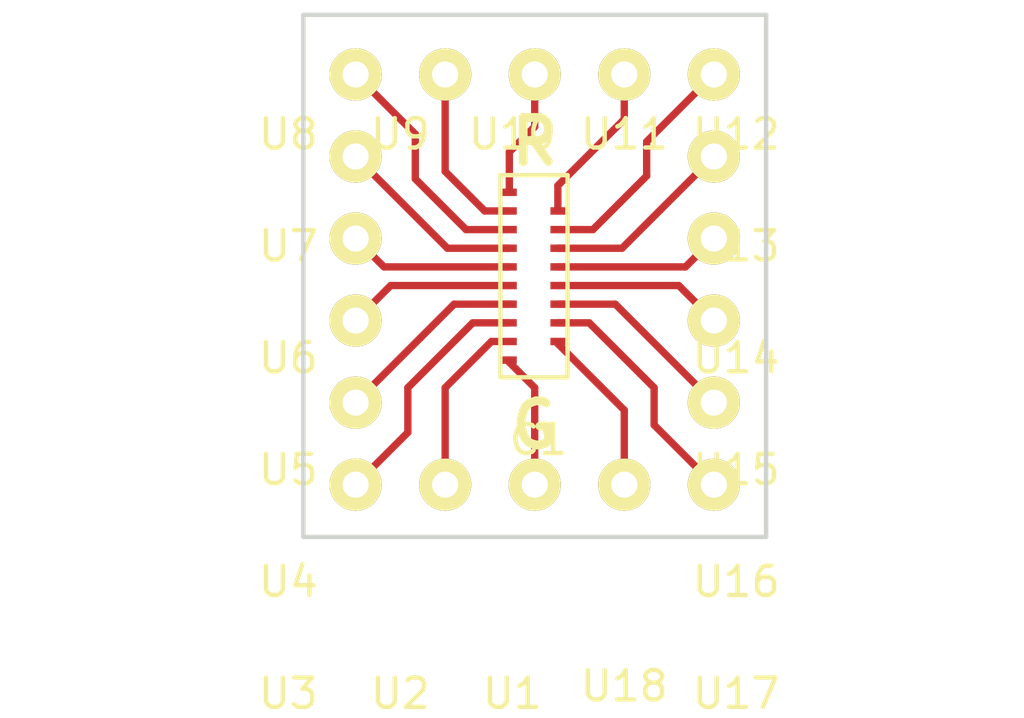
<source format=kicad_pcb>
(kicad_pcb (version 4) (host pcbnew 4.0.2-stable)

  (general
    (links 18)
    (no_connects 0)
    (area 129.734523 94.8 164.905478 119.593)
    (thickness 1.6)
    (drawings 6)
    (tracks 50)
    (zones 0)
    (modules 19)
    (nets 19)
  )

  (page A4)
  (layers
    (0 F.Cu signal)
    (31 B.Cu signal)
    (32 B.Adhes user)
    (33 F.Adhes user)
    (34 B.Paste user)
    (35 F.Paste user)
    (36 B.SilkS user)
    (37 F.SilkS user)
    (38 B.Mask user)
    (39 F.Mask user)
    (40 Dwgs.User user)
    (41 Cmts.User user)
    (42 Eco1.User user)
    (43 Eco2.User user)
    (44 Edge.Cuts user)
    (45 Margin user)
    (46 B.CrtYd user)
    (47 F.CrtYd user)
    (48 B.Fab user)
    (49 F.Fab user)
  )

  (setup
    (last_trace_width 0.25)
    (trace_clearance 0.2)
    (zone_clearance 0.508)
    (zone_45_only no)
    (trace_min 0.2)
    (segment_width 0.2)
    (edge_width 0.15)
    (via_size 0.6)
    (via_drill 0.4)
    (via_min_size 0.4)
    (via_min_drill 0.3)
    (uvia_size 0.3)
    (uvia_drill 0.1)
    (uvias_allowed no)
    (uvia_min_size 0.2)
    (uvia_min_drill 0.1)
    (pcb_text_width 0.3)
    (pcb_text_size 1.5 1.5)
    (mod_edge_width 0.15)
    (mod_text_size 1 1)
    (mod_text_width 0.15)
    (pad_size 1.778 1.778)
    (pad_drill 0.889)
    (pad_to_mask_clearance 0.127)
    (aux_axis_origin 0 0)
    (visible_elements FFFFFF1F)
    (pcbplotparams
      (layerselection 0x010e0_80000001)
      (usegerberextensions false)
      (excludeedgelayer true)
      (linewidth 0.100000)
      (plotframeref false)
      (viasonmask false)
      (mode 1)
      (useauxorigin false)
      (hpglpennumber 1)
      (hpglpenspeed 20)
      (hpglpendiameter 15)
      (hpglpenoverlay 2)
      (psnegative false)
      (psa4output false)
      (plotreference true)
      (plotvalue true)
      (plotinvisibletext false)
      (padsonsilk false)
      (subtractmaskfromsilk false)
      (outputformat 1)
      (mirror false)
      (drillshape 0)
      (scaleselection 1)
      (outputdirectory ""))
  )

  (net 0 "")
  (net 1 "Net-(C1-Pad1)")
  (net 2 "Net-(C1-Pad2)")
  (net 3 "Net-(C1-Pad3)")
  (net 4 "Net-(C1-Pad4)")
  (net 5 "Net-(C1-Pad5)")
  (net 6 "Net-(C1-Pad6)")
  (net 7 "Net-(C1-Pad7)")
  (net 8 "Net-(C1-Pad8)")
  (net 9 "Net-(C1-Pad9)")
  (net 10 "Net-(C1-Pad10)")
  (net 11 "Net-(C1-Pad11)")
  (net 12 "Net-(C1-Pad12)")
  (net 13 "Net-(C1-Pad13)")
  (net 14 "Net-(C1-Pad14)")
  (net 15 "Net-(C1-Pad15)")
  (net 16 "Net-(C1-Pad16)")
  (net 17 "Net-(C1-Pad17)")
  (net 18 "Net-(C1-Pad18)")

  (net_class Default "This is the default net class."
    (clearance 0.2)
    (trace_width 0.25)
    (via_dia 0.6)
    (via_drill 0.4)
    (uvia_dia 0.3)
    (uvia_drill 0.1)
    (add_net "Net-(C1-Pad1)")
    (add_net "Net-(C1-Pad10)")
    (add_net "Net-(C1-Pad11)")
    (add_net "Net-(C1-Pad12)")
    (add_net "Net-(C1-Pad13)")
    (add_net "Net-(C1-Pad14)")
    (add_net "Net-(C1-Pad15)")
    (add_net "Net-(C1-Pad16)")
    (add_net "Net-(C1-Pad17)")
    (add_net "Net-(C1-Pad18)")
    (add_net "Net-(C1-Pad2)")
    (add_net "Net-(C1-Pad3)")
    (add_net "Net-(C1-Pad4)")
    (add_net "Net-(C1-Pad5)")
    (add_net "Net-(C1-Pad6)")
    (add_net "Net-(C1-Pad7)")
    (add_net "Net-(C1-Pad8)")
    (add_net "Net-(C1-Pad9)")
  )

  (module ugly:a79042 (layer F.Cu) (tedit 578D28A8) (tstamp 578D3D91)
    (at 148.082 104.394)
    (descr "omnetics a79042")
    (tags "omnetics a79042")
    (path /578D3135)
    (fp_text reference C1 (at 0.127 5.58) (layer F.SilkS)
      (effects (font (size 1 1) (thickness 0.15)))
    )
    (fp_text value omnetics_a79042 (at 0.127 4.58) (layer F.Fab)
      (effects (font (size 1 1) (thickness 0.15)))
    )
    (fp_line (start -1.1684 3.4544) (end 1.1176 3.4544) (layer F.SilkS) (width 0.15))
    (fp_line (start -1.1684 -3.429) (end 1.1176 -3.429) (layer F.SilkS) (width 0.15))
    (fp_line (start 1.1176 -3.429) (end 1.1176 3.429) (layer F.SilkS) (width 0.15))
    (fp_line (start -1.1684 -3.429) (end -1.1684 3.429) (layer F.SilkS) (width 0.15))
    (pad 1 smd rect (at -0.8636 2.8702) (size 0.508 0.254) (layers F.Cu F.Paste F.Mask)
      (net 1 "Net-(C1-Pad1)"))
    (pad 2 smd rect (at -0.8636 2.2352) (size 0.508 0.254) (layers F.Cu F.Paste F.Mask)
      (net 2 "Net-(C1-Pad2)"))
    (pad 3 smd rect (at -0.8636 1.6002) (size 0.508 0.254) (layers F.Cu F.Paste F.Mask)
      (net 3 "Net-(C1-Pad3)"))
    (pad 4 smd rect (at -0.8636 0.9652) (size 0.508 0.254) (layers F.Cu F.Paste F.Mask)
      (net 4 "Net-(C1-Pad4)"))
    (pad 5 smd rect (at -0.8636 0.3302) (size 0.508 0.254) (layers F.Cu F.Paste F.Mask)
      (net 5 "Net-(C1-Pad5)"))
    (pad 6 smd rect (at -0.8636 -0.3048) (size 0.508 0.254) (layers F.Cu F.Paste F.Mask)
      (net 6 "Net-(C1-Pad6)"))
    (pad 7 smd rect (at -0.8636 -0.9398) (size 0.508 0.254) (layers F.Cu F.Paste F.Mask)
      (net 7 "Net-(C1-Pad7)"))
    (pad 8 smd rect (at -0.8636 -1.5748) (size 0.508 0.254) (layers F.Cu F.Paste F.Mask)
      (net 8 "Net-(C1-Pad8)"))
    (pad 9 smd rect (at -0.8636 -2.2098) (size 0.508 0.254) (layers F.Cu F.Paste F.Mask)
      (net 9 "Net-(C1-Pad9)"))
    (pad 10 smd rect (at -0.8636 -2.8448) (size 0.508 0.254) (layers F.Cu F.Paste F.Mask)
      (net 10 "Net-(C1-Pad10)"))
    (pad 11 smd rect (at 0.7874 -2.2098) (size 0.508 0.254) (layers F.Cu F.Paste F.Mask)
      (net 11 "Net-(C1-Pad11)"))
    (pad 12 smd rect (at 0.7874 -1.5748) (size 0.508 0.254) (layers F.Cu F.Paste F.Mask)
      (net 12 "Net-(C1-Pad12)"))
    (pad 13 smd rect (at 0.7874 -0.9398) (size 0.508 0.254) (layers F.Cu F.Paste F.Mask)
      (net 13 "Net-(C1-Pad13)"))
    (pad 14 smd rect (at 0.7874 -0.3048) (size 0.508 0.254) (layers F.Cu F.Paste F.Mask)
      (net 14 "Net-(C1-Pad14)"))
    (pad 15 smd rect (at 0.7874 0.3302) (size 0.508 0.254) (layers F.Cu F.Paste F.Mask)
      (net 15 "Net-(C1-Pad15)"))
    (pad 16 smd rect (at 0.7874 0.9652) (size 0.508 0.254) (layers F.Cu F.Paste F.Mask)
      (net 16 "Net-(C1-Pad16)"))
    (pad 17 smd rect (at 0.7874 1.6002) (size 0.508 0.254) (layers F.Cu F.Paste F.Mask)
      (net 17 "Net-(C1-Pad17)"))
    (pad 18 smd rect (at 0.7874 2.2352) (size 0.508 0.254) (layers F.Cu F.Paste F.Mask)
      (net 18 "Net-(C1-Pad18)"))
  )

  (module ugly:35_mil_though-hole_pad (layer F.Cu) (tedit 578D4798) (tstamp 578D3D96)
    (at 147.32 114.3)
    (path /578D3A00)
    (fp_text reference U1 (at 0 4.318) (layer F.SilkS)
      (effects (font (size 1 1) (thickness 0.15)))
    )
    (fp_text value 35_mil_through-hole_pad (at 0 2.286) (layer F.Fab)
      (effects (font (size 1 1) (thickness 0.15)))
    )
    (pad 1 thru_hole circle (at 0.762 -2.794) (size 1.778 1.778) (drill 0.889) (layers *.Cu *.Mask F.SilkS)
      (net 1 "Net-(C1-Pad1)"))
  )

  (module ugly:35_mil_though-hole_pad (layer F.Cu) (tedit 578D4727) (tstamp 578D3D9B)
    (at 143.51 114.3)
    (path /578D3A37)
    (fp_text reference U2 (at 0 4.318) (layer F.SilkS)
      (effects (font (size 1 1) (thickness 0.15)))
    )
    (fp_text value 35_mil_through-hole_pad (at 0 2.286) (layer F.Fab)
      (effects (font (size 1 1) (thickness 0.15)))
    )
    (pad 1 thru_hole circle (at 1.524 -2.794) (size 1.778 1.778) (drill 0.889) (layers *.Cu *.Mask F.SilkS)
      (net 2 "Net-(C1-Pad2)"))
  )

  (module ugly:35_mil_though-hole_pad (layer F.Cu) (tedit 578D4723) (tstamp 578D3DA0)
    (at 139.7 114.3)
    (path /578D3A5E)
    (fp_text reference U3 (at 0 4.318) (layer F.SilkS)
      (effects (font (size 1 1) (thickness 0.15)))
    )
    (fp_text value 35_mil_through-hole_pad (at 0 2.286) (layer F.Fab)
      (effects (font (size 1 1) (thickness 0.15)))
    )
    (pad 1 thru_hole circle (at 2.286 -2.794) (size 1.778 1.778) (drill 0.889) (layers *.Cu *.Mask F.SilkS)
      (net 3 "Net-(C1-Pad3)"))
  )

  (module ugly:35_mil_though-hole_pad (layer F.Cu) (tedit 578D465D) (tstamp 578D3DA5)
    (at 139.7 110.49)
    (path /578D3A7F)
    (fp_text reference U4 (at 0 4.318) (layer F.SilkS)
      (effects (font (size 1 1) (thickness 0.15)))
    )
    (fp_text value 35_mil_through-hole_pad (at 0 2.286) (layer F.Fab)
      (effects (font (size 1 1) (thickness 0.15)))
    )
    (pad 1 thru_hole circle (at 2.286 -1.778) (size 1.778 1.778) (drill 0.889) (layers *.Cu *.Mask F.SilkS)
      (net 4 "Net-(C1-Pad4)"))
  )

  (module ugly:35_mil_though-hole_pad (layer F.Cu) (tedit 578D463A) (tstamp 578D3DAA)
    (at 139.7 106.68)
    (path /578D3AA4)
    (fp_text reference U5 (at 0 4.318) (layer F.SilkS)
      (effects (font (size 1 1) (thickness 0.15)))
    )
    (fp_text value 35_mil_through-hole_pad (at 0 2.286) (layer F.Fab)
      (effects (font (size 1 1) (thickness 0.15)))
    )
    (pad 1 thru_hole circle (at 2.286 -0.762) (size 1.778 1.778) (drill 0.889) (layers *.Cu *.Mask F.SilkS)
      (net 5 "Net-(C1-Pad5)"))
  )

  (module ugly:35_mil_though-hole_pad (layer F.Cu) (tedit 578D4646) (tstamp 578D3DAF)
    (at 139.7 102.87)
    (path /578D3AC9)
    (fp_text reference U6 (at 0 4.318) (layer F.SilkS)
      (effects (font (size 1 1) (thickness 0.15)))
    )
    (fp_text value 35_mil_through-hole_pad (at 0 2.286) (layer F.Fab)
      (effects (font (size 1 1) (thickness 0.15)))
    )
    (pad 1 thru_hole circle (at 2.286 0.254) (size 1.778 1.778) (drill 0.889) (layers *.Cu *.Mask F.SilkS)
      (net 6 "Net-(C1-Pad6)"))
  )

  (module ugly:35_mil_though-hole_pad (layer F.Cu) (tedit 578D464F) (tstamp 578D3DB4)
    (at 139.7 99.06)
    (path /578D3AEE)
    (fp_text reference U7 (at 0 4.318) (layer F.SilkS)
      (effects (font (size 1 1) (thickness 0.15)))
    )
    (fp_text value 35_mil_through-hole_pad (at 0 2.286) (layer F.Fab)
      (effects (font (size 1 1) (thickness 0.15)))
    )
    (pad 1 thru_hole circle (at 2.286 1.27) (size 1.778 1.778) (drill 0.889) (layers *.Cu *.Mask F.SilkS)
      (net 7 "Net-(C1-Pad7)"))
  )

  (module ugly:35_mil_though-hole_pad (layer F.Cu) (tedit 578D4656) (tstamp 578D3DB9)
    (at 139.7 95.25)
    (path /578D3B19)
    (fp_text reference U8 (at 0 4.318) (layer F.SilkS)
      (effects (font (size 1 1) (thickness 0.15)))
    )
    (fp_text value 35_mil_through-hole_pad (at 0 2.286) (layer F.Fab)
      (effects (font (size 1 1) (thickness 0.15)))
    )
    (pad 1 thru_hole circle (at 2.286 2.286) (size 1.778 1.778) (drill 0.889) (layers *.Cu *.Mask F.SilkS)
      (net 8 "Net-(C1-Pad8)"))
  )

  (module ugly:35_mil_though-hole_pad (layer F.Cu) (tedit 578D4700) (tstamp 578D3DBE)
    (at 143.51 95.25)
    (path /578D3B46)
    (fp_text reference U9 (at 0 4.318) (layer F.SilkS)
      (effects (font (size 1 1) (thickness 0.15)))
    )
    (fp_text value 35_mil_through-hole_pad (at 0 2.286) (layer F.Fab)
      (effects (font (size 1 1) (thickness 0.15)))
    )
    (pad 1 thru_hole circle (at 1.524 2.286) (size 1.778 1.778) (drill 0.889) (layers *.Cu *.Mask F.SilkS)
      (net 9 "Net-(C1-Pad9)"))
  )

  (module ugly:35_mil_though-hole_pad (layer F.Cu) (tedit 578D4748) (tstamp 578D3DC3)
    (at 147.32 95.25)
    (path /578D3B81)
    (fp_text reference U10 (at 0 4.318) (layer F.SilkS)
      (effects (font (size 1 1) (thickness 0.15)))
    )
    (fp_text value 35_mil_through-hole_pad (at 0 2.286) (layer F.Fab)
      (effects (font (size 1 1) (thickness 0.15)))
    )
    (pad 1 thru_hole circle (at 0.762 2.286) (size 1.778 1.778) (drill 0.889) (layers *.Cu *.Mask F.SilkS)
      (net 10 "Net-(C1-Pad10)"))
  )

  (module ugly:35_mil_though-hole_pad (layer F.Cu) (tedit 578D4743) (tstamp 578D3DC8)
    (at 151.13 95.25)
    (path /578D3BC6)
    (fp_text reference U11 (at 0 4.318) (layer F.SilkS)
      (effects (font (size 1 1) (thickness 0.15)))
    )
    (fp_text value 35_mil_through-hole_pad (at 0 2.286) (layer F.Fab)
      (effects (font (size 1 1) (thickness 0.15)))
    )
    (pad 1 thru_hole circle (at 0 2.286) (size 1.778 1.778) (drill 0.889) (layers *.Cu *.Mask F.SilkS)
      (net 11 "Net-(C1-Pad11)"))
  )

  (module ugly:35_mil_though-hole_pad (layer F.Cu) (tedit 578D475E) (tstamp 578D3DCD)
    (at 154.94 95.25)
    (path /578D3BFD)
    (fp_text reference U12 (at 0 4.318) (layer F.SilkS)
      (effects (font (size 1 1) (thickness 0.15)))
    )
    (fp_text value 35_mil_through-hole_pad (at 0 2.286) (layer F.Fab)
      (effects (font (size 1 1) (thickness 0.15)))
    )
    (pad 1 thru_hole circle (at -0.762 2.286) (size 1.778 1.778) (drill 0.889) (layers *.Cu *.Mask F.SilkS)
      (net 12 "Net-(C1-Pad12)"))
  )

  (module ugly:35_mil_though-hole_pad (layer F.Cu) (tedit 578D4771) (tstamp 578D3DD2)
    (at 154.94 99.06)
    (path /578D3C3B)
    (fp_text reference U13 (at 0 4.318) (layer F.SilkS)
      (effects (font (size 1 1) (thickness 0.15)))
    )
    (fp_text value 35_mil_through-hole_pad (at 0 2.286) (layer F.Fab)
      (effects (font (size 1 1) (thickness 0.15)))
    )
    (pad 1 thru_hole circle (at -0.762 1.27) (size 1.778 1.778) (drill 0.889) (layers *.Cu *.Mask F.SilkS)
      (net 13 "Net-(C1-Pad13)"))
  )

  (module ugly:35_mil_though-hole_pad (layer F.Cu) (tedit 578D4775) (tstamp 578D3DD7)
    (at 154.94 102.87)
    (path /578D3C6C)
    (fp_text reference U14 (at 0 4.318) (layer F.SilkS)
      (effects (font (size 1 1) (thickness 0.15)))
    )
    (fp_text value 35_mil_through-hole_pad (at 0 2.286) (layer F.Fab)
      (effects (font (size 1 1) (thickness 0.15)))
    )
    (pad 1 thru_hole circle (at -0.762 0.254) (size 1.778 1.778) (drill 0.889) (layers *.Cu *.Mask F.SilkS)
      (net 14 "Net-(C1-Pad14)"))
  )

  (module ugly:35_mil_though-hole_pad (layer F.Cu) (tedit 578D477E) (tstamp 578D3DDC)
    (at 154.94 106.68)
    (path /578D3C9F)
    (fp_text reference U15 (at 0 4.318) (layer F.SilkS)
      (effects (font (size 1 1) (thickness 0.15)))
    )
    (fp_text value 35_mil_through-hole_pad (at 0 2.286) (layer F.Fab)
      (effects (font (size 1 1) (thickness 0.15)))
    )
    (pad 1 thru_hole circle (at -0.762 -0.762) (size 1.778 1.778) (drill 0.889) (layers *.Cu *.Mask F.SilkS)
      (net 15 "Net-(C1-Pad15)"))
  )

  (module ugly:35_mil_though-hole_pad (layer F.Cu) (tedit 578D4782) (tstamp 578D3DE1)
    (at 154.94 110.49)
    (path /578D3CE4)
    (fp_text reference U16 (at 0 4.318) (layer F.SilkS)
      (effects (font (size 1 1) (thickness 0.15)))
    )
    (fp_text value 35_mil_through-hole_pad (at 0 2.286) (layer F.Fab)
      (effects (font (size 1 1) (thickness 0.15)))
    )
    (pad 1 thru_hole circle (at -0.762 -1.778) (size 1.778 1.778) (drill 0.889) (layers *.Cu *.Mask F.SilkS)
      (net 16 "Net-(C1-Pad16)"))
  )

  (module ugly:35_mil_though-hole_pad (layer F.Cu) (tedit 578D47A3) (tstamp 578D3DE6)
    (at 154.94 114.3)
    (path /578D3D25)
    (fp_text reference U17 (at 0 4.318) (layer F.SilkS)
      (effects (font (size 1 1) (thickness 0.15)))
    )
    (fp_text value 35_mil_through-hole_pad (at 0 2.286) (layer F.Fab)
      (effects (font (size 1 1) (thickness 0.15)))
    )
    (pad 1 thru_hole circle (at -0.762 -2.794) (size 1.778 1.778) (drill 0.889) (layers *.Cu *.Mask F.SilkS)
      (net 17 "Net-(C1-Pad17)"))
  )

  (module ugly:35_mil_though-hole_pad (layer F.Cu) (tedit 578D479F) (tstamp 578D3DEB)
    (at 151.13 114.046)
    (path /578D3D5E)
    (fp_text reference U18 (at 0 4.318) (layer F.SilkS)
      (effects (font (size 1 1) (thickness 0.15)))
    )
    (fp_text value 35_mil_through-hole_pad (at 0 2.286) (layer F.Fab)
      (effects (font (size 1 1) (thickness 0.15)))
    )
    (pad 1 thru_hole circle (at 0 -2.54) (size 1.778 1.778) (drill 0.889) (layers *.Cu *.Mask F.SilkS)
      (net 18 "Net-(C1-Pad18)"))
  )

  (gr_line (start 140.208 113.284) (end 140.208 95.504) (angle 90) (layer Edge.Cuts) (width 0.15))
  (gr_line (start 155.956 113.284) (end 140.208 113.284) (angle 90) (layer Edge.Cuts) (width 0.15))
  (gr_line (start 155.956 95.504) (end 155.956 113.284) (angle 90) (layer Edge.Cuts) (width 0.15))
  (gr_line (start 140.208 95.504) (end 155.956 95.504) (angle 90) (layer Edge.Cuts) (width 0.15))
  (gr_text G (at 148.082 109.474) (layer F.SilkS)
    (effects (font (size 1.5 1.5) (thickness 0.3)))
  )
  (gr_text R (at 148.082 99.822) (layer F.SilkS)
    (effects (font (size 1.5 1.5) (thickness 0.3)))
  )

  (segment (start 147.2184 107.2642) (end 147.2184 107.3404) (width 0.25) (layer F.Cu) (net 1))
  (segment (start 147.2184 107.3404) (end 148.082 108.204) (width 0.25) (layer F.Cu) (net 1) (tstamp 578D47ED))
  (segment (start 148.082 108.204) (end 148.082 111.506) (width 0.25) (layer F.Cu) (net 1) (tstamp 578D47F1))
  (segment (start 147.2184 106.6292) (end 146.6088 106.6292) (width 0.25) (layer F.Cu) (net 2))
  (segment (start 145.034 108.204) (end 145.034 111.506) (width 0.25) (layer F.Cu) (net 2) (tstamp 578D488D))
  (segment (start 146.6088 106.6292) (end 145.034 108.204) (width 0.25) (layer F.Cu) (net 2) (tstamp 578D4887))
  (segment (start 147.2184 105.9942) (end 145.9738 105.9942) (width 0.25) (layer F.Cu) (net 3))
  (segment (start 143.764 109.728) (end 141.986 111.506) (width 0.25) (layer F.Cu) (net 3) (tstamp 578D4883))
  (segment (start 143.764 108.204) (end 143.764 109.728) (width 0.25) (layer F.Cu) (net 3) (tstamp 578D487F))
  (segment (start 145.9738 105.9942) (end 143.764 108.204) (width 0.25) (layer F.Cu) (net 3) (tstamp 578D487E))
  (segment (start 147.2184 105.3592) (end 145.3388 105.3592) (width 0.25) (layer F.Cu) (net 4))
  (segment (start 145.3388 105.3592) (end 141.986 108.712) (width 0.25) (layer F.Cu) (net 4) (tstamp 578D4877))
  (segment (start 147.2184 104.7242) (end 143.1798 104.7242) (width 0.25) (layer F.Cu) (net 5))
  (segment (start 143.1798 104.7242) (end 141.986 105.918) (width 0.25) (layer F.Cu) (net 5) (tstamp 578D47F9))
  (segment (start 147.2184 104.0892) (end 142.9512 104.0892) (width 0.25) (layer F.Cu) (net 6))
  (segment (start 142.9512 104.0892) (end 141.986 103.124) (width 0.25) (layer F.Cu) (net 6) (tstamp 578D47F5))
  (segment (start 147.2184 103.4542) (end 145.1102 103.4542) (width 0.25) (layer F.Cu) (net 7))
  (segment (start 145.1102 103.4542) (end 141.986 100.33) (width 0.25) (layer F.Cu) (net 7) (tstamp 578D4852))
  (segment (start 147.2184 102.8192) (end 145.7452 102.8192) (width 0.25) (layer F.Cu) (net 8))
  (segment (start 144.018 99.568) (end 141.986 97.536) (width 0.25) (layer F.Cu) (net 8) (tstamp 578D4868))
  (segment (start 144.018 101.092) (end 144.018 99.568) (width 0.25) (layer F.Cu) (net 8) (tstamp 578D4866))
  (segment (start 145.7452 102.8192) (end 144.018 101.092) (width 0.25) (layer F.Cu) (net 8) (tstamp 578D4865))
  (segment (start 147.2184 102.1842) (end 146.3802 102.1842) (width 0.25) (layer F.Cu) (net 9))
  (segment (start 145.034 100.838) (end 145.034 97.536) (width 0.25) (layer F.Cu) (net 9) (tstamp 578D486D))
  (segment (start 146.3802 102.1842) (end 145.034 100.838) (width 0.25) (layer F.Cu) (net 9) (tstamp 578D486C))
  (segment (start 147.2184 101.5492) (end 147.2184 100.1776) (width 0.25) (layer F.Cu) (net 10))
  (segment (start 148.082 99.314) (end 148.082 97.536) (width 0.25) (layer F.Cu) (net 10) (tstamp 578D47E7))
  (segment (start 147.2184 100.1776) (end 148.082 99.314) (width 0.25) (layer F.Cu) (net 10) (tstamp 578D47E5))
  (segment (start 148.8694 102.1842) (end 148.8694 101.3206) (width 0.25) (layer F.Cu) (net 11))
  (segment (start 151.13 99.06) (end 151.13 97.536) (width 0.25) (layer F.Cu) (net 11) (tstamp 578D481F))
  (segment (start 148.8694 101.3206) (end 151.13 99.06) (width 0.25) (layer F.Cu) (net 11) (tstamp 578D481C))
  (segment (start 148.8694 102.8192) (end 150.0632 102.8192) (width 0.25) (layer F.Cu) (net 12))
  (segment (start 151.892 99.822) (end 154.178 97.536) (width 0.25) (layer F.Cu) (net 12) (tstamp 578D4836))
  (segment (start 151.892 100.9904) (end 151.892 99.822) (width 0.25) (layer F.Cu) (net 12) (tstamp 578D4834))
  (segment (start 150.0632 102.8192) (end 151.892 100.9904) (width 0.25) (layer F.Cu) (net 12) (tstamp 578D4832))
  (segment (start 148.8694 103.4542) (end 151.0538 103.4542) (width 0.25) (layer F.Cu) (net 13))
  (segment (start 151.0538 103.4542) (end 154.178 100.33) (width 0.25) (layer F.Cu) (net 13) (tstamp 578D480A))
  (segment (start 148.8694 104.0892) (end 153.2128 104.0892) (width 0.25) (layer F.Cu) (net 14))
  (segment (start 153.2128 104.0892) (end 154.178 103.124) (width 0.25) (layer F.Cu) (net 14) (tstamp 578D4801))
  (segment (start 148.8694 104.7242) (end 152.9842 104.7242) (width 0.25) (layer F.Cu) (net 15))
  (segment (start 152.9842 104.7242) (end 154.178 105.918) (width 0.25) (layer F.Cu) (net 15) (tstamp 578D47FD))
  (segment (start 148.8694 105.3592) (end 150.8252 105.3592) (width 0.25) (layer F.Cu) (net 16))
  (segment (start 150.8252 105.3592) (end 154.178 108.712) (width 0.25) (layer F.Cu) (net 16) (tstamp 578D483D))
  (segment (start 148.8694 105.9942) (end 149.9362 105.9942) (width 0.25) (layer F.Cu) (net 17))
  (segment (start 152.146 109.474) (end 154.178 111.506) (width 0.25) (layer F.Cu) (net 17) (tstamp 578D4847))
  (segment (start 152.146 108.204) (end 152.146 109.474) (width 0.25) (layer F.Cu) (net 17) (tstamp 578D4844))
  (segment (start 149.9362 105.9942) (end 152.146 108.204) (width 0.25) (layer F.Cu) (net 17) (tstamp 578D4841))
  (segment (start 148.8694 106.6292) (end 148.8694 106.7054) (width 0.25) (layer F.Cu) (net 18))
  (segment (start 148.8694 106.7054) (end 151.13 108.966) (width 0.25) (layer F.Cu) (net 18) (tstamp 578D484B))
  (segment (start 151.13 108.966) (end 151.13 111.506) (width 0.25) (layer F.Cu) (net 18) (tstamp 578D484D))

)

</source>
